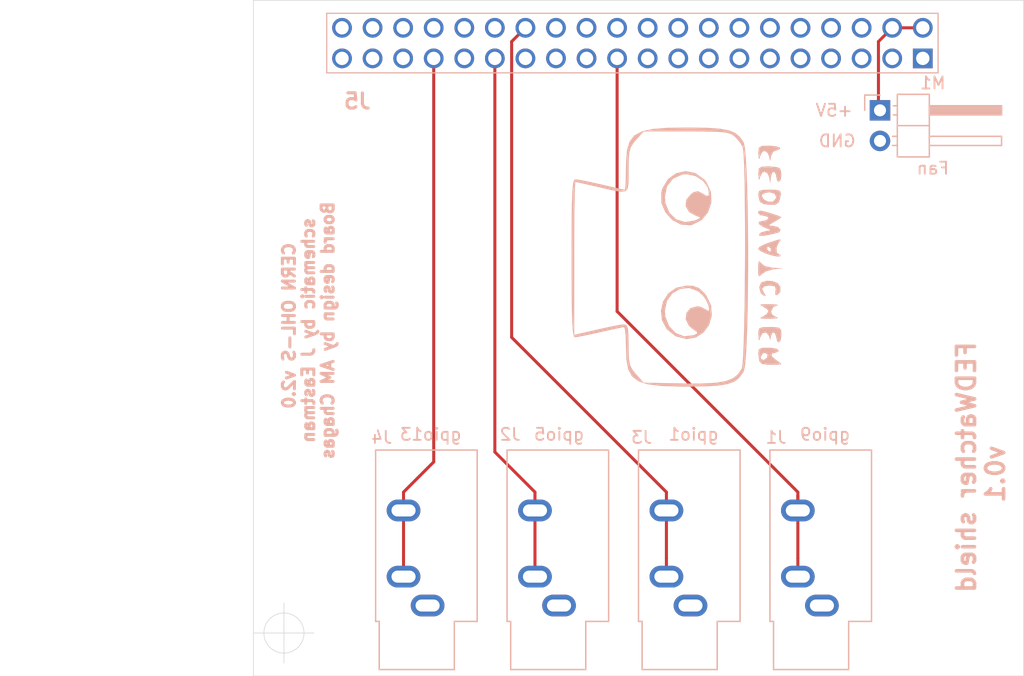
<source format=kicad_pcb>
(kicad_pcb (version 20171130) (host pcbnew 5.1.10-88a1d61d58~90~ubuntu20.04.1)

  (general
    (thickness 1.6)
    (drawings 14)
    (tracks 23)
    (zones 0)
    (modules 7)
    (nets 33)
  )

  (page A4)
  (layers
    (0 F.Cu signal)
    (31 B.Cu signal)
    (32 B.Adhes user)
    (33 F.Adhes user)
    (34 B.Paste user)
    (35 F.Paste user)
    (36 B.SilkS user)
    (37 F.SilkS user)
    (38 B.Mask user)
    (39 F.Mask user)
    (40 Dwgs.User user)
    (41 Cmts.User user)
    (42 Eco1.User user)
    (43 Eco2.User user)
    (44 Edge.Cuts user)
    (45 Margin user)
    (46 B.CrtYd user)
    (47 F.CrtYd user)
    (48 B.Fab user)
    (49 F.Fab user)
  )

  (setup
    (last_trace_width 0.25)
    (trace_clearance 0.2)
    (zone_clearance 0.508)
    (zone_45_only no)
    (trace_min 0.2)
    (via_size 0.8)
    (via_drill 0.4)
    (via_min_size 0.4)
    (via_min_drill 0.3)
    (uvia_size 0.3)
    (uvia_drill 0.1)
    (uvias_allowed no)
    (uvia_min_size 0.2)
    (uvia_min_drill 0.1)
    (edge_width 0.05)
    (segment_width 0.2)
    (pcb_text_width 0.3)
    (pcb_text_size 1.5 1.5)
    (mod_edge_width 0.12)
    (mod_text_size 1 1)
    (mod_text_width 0.15)
    (pad_size 1.524 1.524)
    (pad_drill 0.762)
    (pad_to_mask_clearance 0)
    (aux_axis_origin 0 0)
    (grid_origin 55.118 85.09)
    (visible_elements FFFFFF7F)
    (pcbplotparams
      (layerselection 0x3ffff_ffffffff)
      (usegerberextensions false)
      (usegerberattributes true)
      (usegerberadvancedattributes true)
      (creategerberjobfile true)
      (excludeedgelayer true)
      (linewidth 0.100000)
      (plotframeref false)
      (viasonmask false)
      (mode 1)
      (useauxorigin false)
      (hpglpennumber 1)
      (hpglpenspeed 20)
      (hpglpendiameter 15.000000)
      (psnegative false)
      (psa4output false)
      (plotreference true)
      (plotvalue true)
      (plotinvisibletext false)
      (padsonsilk false)
      (subtractmaskfromsilk false)
      (outputformat 1)
      (mirror false)
      (drillshape 0)
      (scaleselection 1)
      (outputdirectory "/home/andre/repositories/own/FEDWatcher/hardware/RPi_shield/gerber1/"))
  )

  (net 0 "")
  (net 1 jack3)
  (net 2 GND)
  (net 3 jack2)
  (net 4 jack1)
  (net 5 jack4)
  (net 6 "Net-(J5-Pad1)")
  (net 7 +5V)
  (net 8 "Net-(J5-Pad3)")
  (net 9 "Net-(J5-Pad5)")
  (net 10 "Net-(J5-Pad7)")
  (net 11 "Net-(J5-Pad8)")
  (net 12 "Net-(J5-Pad10)")
  (net 13 "Net-(J5-Pad11)")
  (net 14 "Net-(J5-Pad12)")
  (net 15 "Net-(J5-Pad13)")
  (net 16 "Net-(J5-Pad15)")
  (net 17 "Net-(J5-Pad16)")
  (net 18 "Net-(J5-Pad17)")
  (net 19 "Net-(J5-Pad18)")
  (net 20 "Net-(J5-Pad19)")
  (net 21 "Net-(J5-Pad22)")
  (net 22 "Net-(J5-Pad23)")
  (net 23 "Net-(J5-Pad24)")
  (net 24 "Net-(J5-Pad26)")
  (net 25 "Net-(J5-Pad27)")
  (net 26 "Net-(J5-Pad31)")
  (net 27 "Net-(J5-Pad32)")
  (net 28 "Net-(J5-Pad35)")
  (net 29 "Net-(J5-Pad36)")
  (net 30 "Net-(J5-Pad37)")
  (net 31 "Net-(J5-Pad38)")
  (net 32 "Net-(J5-Pad40)")

  (net_class Default "This is the default net class."
    (clearance 0.2)
    (trace_width 0.25)
    (via_dia 0.8)
    (via_drill 0.4)
    (uvia_dia 0.3)
    (uvia_drill 0.1)
    (add_net +5V)
    (add_net GND)
    (add_net "Net-(J5-Pad1)")
    (add_net "Net-(J5-Pad10)")
    (add_net "Net-(J5-Pad11)")
    (add_net "Net-(J5-Pad12)")
    (add_net "Net-(J5-Pad13)")
    (add_net "Net-(J5-Pad15)")
    (add_net "Net-(J5-Pad16)")
    (add_net "Net-(J5-Pad17)")
    (add_net "Net-(J5-Pad18)")
    (add_net "Net-(J5-Pad19)")
    (add_net "Net-(J5-Pad22)")
    (add_net "Net-(J5-Pad23)")
    (add_net "Net-(J5-Pad24)")
    (add_net "Net-(J5-Pad26)")
    (add_net "Net-(J5-Pad27)")
    (add_net "Net-(J5-Pad3)")
    (add_net "Net-(J5-Pad31)")
    (add_net "Net-(J5-Pad32)")
    (add_net "Net-(J5-Pad35)")
    (add_net "Net-(J5-Pad36)")
    (add_net "Net-(J5-Pad37)")
    (add_net "Net-(J5-Pad38)")
    (add_net "Net-(J5-Pad40)")
    (add_net "Net-(J5-Pad5)")
    (add_net "Net-(J5-Pad7)")
    (add_net "Net-(J5-Pad8)")
    (add_net jack1)
    (add_net jack2)
    (add_net jack3)
    (add_net jack4)
  )

  (module board_logo:board_logo (layer B.Cu) (tedit 0) (tstamp 61E0F63D)
    (at 87.63 53.848 270)
    (fp_text reference G*** (at 0 0 270) (layer F.SilkS) hide
      (effects (font (size 1.524 1.524) (thickness 0.3)))
    )
    (fp_text value LOGO (at 0.75 0 270) (layer F.SilkS) hide
      (effects (font (size 1.524 1.524) (thickness 0.3)))
    )
    (fp_poly (pts (xy -8.556356 -6.917449) (xy -8.160762 -6.950424) (xy -8.181402 -7.003716) (xy -8.341101 -7.040048)
      (xy -8.719543 -7.223596) (xy -8.825423 -7.426271) (xy -8.642472 -7.690407) (xy -8.341101 -7.812495)
      (xy -7.999374 -7.885267) (xy -8.07559 -7.917747) (xy -8.32613 -7.935093) (xy -8.749521 -8.137121)
      (xy -8.864266 -8.41535) (xy -8.978486 -8.705317) (xy -9.094491 -8.702356) (xy -9.19929 -8.397182)
      (xy -9.253758 -7.850452) (xy -9.255932 -7.713277) (xy -9.230515 -7.178326) (xy -9.082918 -6.951871)
      (xy -8.706118 -6.912163) (xy -8.556356 -6.917449)) (layer B.SilkS) (width 0.01))
    (fp_poly (pts (xy -6.834322 -6.917449) (xy -6.438728 -6.950424) (xy -6.459368 -7.003716) (xy -6.619067 -7.040048)
      (xy -6.997509 -7.223596) (xy -7.103389 -7.426271) (xy -6.920438 -7.690407) (xy -6.619067 -7.812495)
      (xy -6.134745 -7.905779) (xy -6.619067 -7.935093) (xy -7.011093 -8.053385) (xy -7.080229 -8.249823)
      (xy -6.810312 -8.386272) (xy -6.672881 -8.394915) (xy -6.3231 -8.485058) (xy -6.242373 -8.610169)
      (xy -6.419426 -8.764834) (xy -6.814019 -8.82349) (xy -7.2213 -8.773334) (xy -7.390395 -8.681921)
      (xy -7.483342 -8.391242) (xy -7.531871 -7.853493) (xy -7.533898 -7.713277) (xy -7.508482 -7.178326)
      (xy -7.360884 -6.951871) (xy -6.984084 -6.912163) (xy -6.834322 -6.917449)) (layer B.SilkS) (width 0.01))
    (fp_poly (pts (xy -5.004661 -6.927651) (xy -4.599092 -7.037046) (xy -4.41143 -7.330635) (xy -4.347577 -7.7749)
      (xy -4.347562 -8.315415) (xy -4.514634 -8.582226) (xy -4.778086 -8.686792) (xy -5.263658 -8.791596)
      (xy -5.505219 -8.706867) (xy -5.587817 -8.344878) (xy -5.596137 -7.869483) (xy -5.381356 -7.869483)
      (xy -5.247926 -8.2763) (xy -4.954252 -8.398818) (xy -4.660252 -8.196295) (xy -4.597128 -8.069293)
      (xy -4.604985 -7.697866) (xy -4.804662 -7.352243) (xy -5.080794 -7.196366) (xy -5.190491 -7.226091)
      (xy -5.337936 -7.509944) (xy -5.381356 -7.869483) (xy -5.596137 -7.869483) (xy -5.59661 -7.842482)
      (xy -5.579663 -7.243682) (xy -5.482461 -6.967788) (xy -5.235468 -6.907331) (xy -5.004661 -6.927651)) (layer B.SilkS) (width 0.01))
    (fp_poly (pts (xy -3.484431 -7.068422) (xy -3.444067 -7.318644) (xy -3.353924 -7.668425) (xy -3.228813 -7.749153)
      (xy -3.053923 -7.568867) (xy -3.013559 -7.318644) (xy -2.936923 -6.947223) (xy -2.746184 -6.953767)
      (xy -2.500096 -7.32196) (xy -2.432248 -7.480085) (xy -2.268314 -7.856246) (xy -2.197697 -7.849966)
      (xy -2.175441 -7.600416) (xy -2.055562 -7.156344) (xy -1.907494 -6.977349) (xy -1.766488 -7.000485)
      (xy -1.770393 -7.366145) (xy -1.819409 -7.662583) (xy -1.944397 -8.239022) (xy -2.057933 -8.621466)
      (xy -2.07933 -8.665855) (xy -2.287807 -8.760794) (xy -2.491934 -8.544263) (xy -2.591405 -8.124471)
      (xy -2.591669 -8.113144) (xy -2.616843 -7.825593) (xy -2.717524 -7.879497) (xy -2.921425 -8.233475)
      (xy -3.163198 -8.64447) (xy -3.306652 -8.825047) (xy -3.309243 -8.825424) (xy -3.406117 -8.641306)
      (xy -3.567204 -8.181222) (xy -3.62525 -7.993247) (xy -3.806836 -7.354167) (xy -3.858098 -7.024084)
      (xy -3.782129 -6.902681) (xy -3.659322 -6.888136) (xy -3.484431 -7.068422)) (layer B.SilkS) (width 0.01))
    (fp_poly (pts (xy -0.505443 -7.07255) (xy -0.301755 -7.51647) (xy -0.128309 -8.055911) (xy -0.038933 -8.526888)
      (xy -0.07282 -8.754742) (xy -0.20389 -8.732706) (xy -0.215254 -8.646045) (xy -0.379279 -8.437697)
      (xy -0.754944 -8.416504) (xy -1.167635 -8.579504) (xy -1.272668 -8.663983) (xy -1.456001 -8.790294)
      (xy -1.448767 -8.589194) (xy -1.394603 -8.394915) (xy -1.177491 -7.736449) (xy -0.861017 -7.736449)
      (xy -0.704761 -7.955647) (xy -0.645762 -7.964407) (xy -0.436105 -7.890965) (xy -0.430508 -7.869483)
      (xy -0.581345 -7.685706) (xy -0.645762 -7.641525) (xy -0.844116 -7.658592) (xy -0.861017 -7.736449)
      (xy -1.177491 -7.736449) (xy -1.107019 -7.522722) (xy -0.87452 -7.034059) (xy -0.685544 -6.888136)
      (xy -0.505443 -7.07255)) (layer B.SilkS) (width 0.01))
    (fp_poly (pts (xy 1.471204 -6.909228) (xy 1.617464 -6.985317) (xy 1.455275 -7.154958) (xy 1.452342 -7.157203)
      (xy 1.188586 -7.545864) (xy 1.021669 -8.128366) (xy 1.015141 -8.179661) (xy 0.929915 -8.933051)
      (xy 0.895466 -8.136543) (xy 0.755521 -7.45469) (xy 0.484322 -7.120631) (xy 0.320473 -6.980391)
      (xy 0.494702 -6.912742) (xy 0.955972 -6.894681) (xy 1.471204 -6.909228)) (layer B.SilkS) (width 0.01))
    (fp_poly (pts (xy 3.00591 -7.114062) (xy 3.192067 -7.318644) (xy 3.220591 -7.525709) (xy 3.01669 -7.408359)
      (xy 2.974946 -7.374325) (xy 2.617525 -7.217195) (xy 2.415439 -7.45985) (xy 2.367797 -7.917761)
      (xy 2.435804 -8.297208) (xy 2.707469 -8.352759) (xy 2.810597 -8.329331) (xy 3.141244 -8.322743)
      (xy 3.169455 -8.465666) (xy 2.896266 -8.740502) (xy 2.479576 -8.737941) (xy 2.171008 -8.524791)
      (xy 1.996521 -8.082389) (xy 1.975548 -7.600729) (xy 2.11097 -7.149353) (xy 2.447935 -7.000015)
      (xy 2.565113 -6.995763) (xy 3.00591 -7.114062)) (layer B.SilkS) (width 0.01))
    (fp_poly (pts (xy 4.073157 -7.208596) (xy 4.096539 -7.264831) (xy 4.329885 -7.637862) (xy 4.520339 -7.749153)
      (xy 4.76768 -7.572852) (xy 4.94414 -7.264831) (xy 5.056716 -7.0629) (xy 5.112879 -7.204107)
      (xy 5.124665 -7.728256) (xy 5.123144 -7.85678) (xy 5.099213 -8.366708) (xy 5.053935 -8.55211)
      (xy 5.01419 -8.448729) (xy 4.780345 -8.04769) (xy 4.520339 -7.964407) (xy 4.152184 -8.153753)
      (xy 4.026489 -8.448729) (xy 3.972807 -8.536987) (xy 3.932274 -8.256181) (xy 3.917535 -7.85678)
      (xy 3.923044 -7.264353) (xy 3.970906 -7.06156) (xy 4.073157 -7.208596)) (layer B.SilkS) (width 0.01))
    (fp_poly (pts (xy 6.511441 -6.917449) (xy 6.907034 -6.950424) (xy 6.886395 -7.003716) (xy 6.726695 -7.040048)
      (xy 6.337199 -7.243026) (xy 6.266978 -7.543013) (xy 6.536856 -7.789877) (xy 6.619068 -7.816027)
      (xy 6.884357 -7.897835) (xy 6.731499 -7.931561) (xy 6.619068 -7.939437) (xy 6.287805 -8.066162)
      (xy 6.294746 -8.271396) (xy 6.620793 -8.393497) (xy 6.672882 -8.394915) (xy 7.022663 -8.485058)
      (xy 7.10339 -8.610169) (xy 6.916341 -8.761307) (xy 6.465662 -8.825407) (xy 6.457627 -8.825424)
      (xy 6.060538 -8.797344) (xy 5.872464 -8.635218) (xy 5.815515 -8.22221) (xy 5.811865 -7.85678)
      (xy 5.828149 -7.262323) (xy 5.933358 -6.984844) (xy 6.212031 -6.910834) (xy 6.511441 -6.917449)) (layer B.SilkS) (width 0.01))
    (fp_poly (pts (xy 8.233475 -6.928311) (xy 8.673663 -7.002122) (xy 8.877892 -7.196291) (xy 8.940254 -7.640448)
      (xy 8.946456 -7.910593) (xy 8.94093 -8.46953) (xy 8.911183 -8.793151) (xy 8.894466 -8.825424)
      (xy 8.745117 -8.667226) (xy 8.560215 -8.394915) (xy 8.248347 -8.028565) (xy 8.029843 -8.018264)
      (xy 7.964407 -8.287288) (xy 7.848176 -8.573742) (xy 7.749153 -8.610169) (xy 7.615227 -8.419011)
      (xy 7.539916 -7.94063) (xy 7.533899 -7.735514) (xy 7.544386 -7.444209) (xy 7.964407 -7.444209)
      (xy 8.089882 -7.679934) (xy 8.348061 -7.642346) (xy 8.560841 -7.359004) (xy 8.467157 -7.139428)
      (xy 8.305226 -7.10339) (xy 8.008704 -7.276703) (xy 7.964407 -7.444209) (xy 7.544386 -7.444209)
      (xy 7.553871 -7.180789) (xy 7.679321 -6.943089) (xy 8.008551 -6.908988) (xy 8.233475 -6.928311)) (layer B.SilkS) (width 0.01))
    (fp_poly (pts (xy 2.045644 8.606418) (xy 3.589488 8.59417) (xy 4.775438 8.571938) (xy 5.639773 8.538233)
      (xy 6.218771 8.491569) (xy 6.54871 8.430456) (xy 6.665871 8.353407) (xy 6.667355 8.341102)
      (xy 6.619015 8.019229) (xy 6.494839 7.392804) (xy 6.317996 6.576245) (xy 6.242373 6.242373)
      (xy 6.052777 5.400531) (xy 5.906407 4.722486) (xy 5.825993 4.314737) (xy 5.817391 4.251271)
      (xy 6.012642 4.17537) (xy 6.535457 4.118636) (xy 7.28299 4.09102) (xy 7.486003 4.089831)
      (xy 8.53013 4.050644) (xy 9.32865 3.9001) (xy 9.913614 3.588718) (xy 10.317073 3.067019)
      (xy 10.571078 2.285525) (xy 10.707679 1.194756) (xy 10.758929 -0.254766) (xy 10.762712 -0.968644)
      (xy 10.745865 -2.433579) (xy 10.683379 -3.53491) (xy 10.557335 -4.338648) (xy 10.349815 -4.910804)
      (xy 10.0429 -5.317389) (xy 9.618671 -5.624413) (xy 9.478233 -5.700594) (xy 9.087815 -5.789945)
      (xy 8.325207 -5.866362) (xy 7.247441 -5.929875) (xy 5.911549 -5.980517) (xy 4.374562 -6.018318)
      (xy 2.693512 -6.043311) (xy 0.925431 -6.055525) (xy -0.87265 -6.054992) (xy -2.6437 -6.041744)
      (xy -4.330686 -6.015813) (xy -5.876577 -5.977228) (xy -7.224341 -5.926022) (xy -8.316947 -5.862226)
      (xy -9.097363 -5.785872) (xy -9.508557 -5.69699) (xy -9.522294 -5.690162) (xy -9.968104 -5.393059)
      (xy -10.295033 -5.012177) (xy -10.520484 -4.481272) (xy -10.661861 -3.734101) (xy -10.736565 -2.704423)
      (xy -10.761999 -1.325995) (xy -10.762711 -0.968644) (xy -10.738256 0.641453) (xy -10.642699 1.872455)
      (xy -10.477293 2.618365) (xy -10.43983 2.618365) (xy -10.43983 -0.928388) (xy -10.435854 -2.255456)
      (xy -10.418943 -3.221951) (xy -10.38162 -3.89777) (xy -10.31641 -4.352813) (xy -10.215836 -4.656981)
      (xy -10.072424 -4.880172) (xy -10.009322 -4.953655) (xy -9.543946 -5.369532) (xy -9.148305 -5.608372)
      (xy -8.796078 -5.664138) (xy -8.073356 -5.71037) (xy -7.036842 -5.747287) (xy -5.743238 -5.775113)
      (xy -4.249249 -5.794067) (xy -2.611577 -5.804371) (xy -0.886927 -5.806245) (xy 0.867998 -5.799911)
      (xy 2.596496 -5.78559) (xy 4.241861 -5.763502) (xy 5.747392 -5.73387) (xy 7.056385 -5.696913)
      (xy 8.112135 -5.652853) (xy 8.857941 -5.601912) (xy 9.237097 -5.544309) (xy 9.255933 -5.536629)
      (xy 9.728172 -5.227845) (xy 10.074361 -4.800788) (xy 10.309859 -4.194358) (xy 10.45003 -3.347456)
      (xy 10.510235 -2.198982) (xy 10.505835 -0.687838) (xy 10.503647 -0.573988) (xy 10.439831 2.618973)
      (xy 9.736859 3.246774) (xy 9.347883 3.5637) (xy 8.974341 3.751325) (xy 8.487004 3.843152)
      (xy 7.756641 3.872684) (xy 7.315248 3.874576) (xy 6.451382 3.885964) (xy 5.933732 3.932421)
      (xy 5.678328 4.032387) (xy 5.601199 4.204299) (xy 5.599792 4.251271) (xy 5.618251 4.483492)
      (xy 5.679391 4.856525) (xy 5.796507 5.434847) (xy 5.982892 6.282932) (xy 6.251838 7.465254)
      (xy 6.354255 7.910593) (xy 6.46583 8.394915) (xy 0.111729 8.394915) (xy -1.492402 8.39169)
      (xy -2.947824 8.382566) (xy -4.201494 8.368373) (xy -5.200373 8.349938) (xy -5.891417 8.328092)
      (xy -6.221587 8.303663) (xy -6.242373 8.295624) (xy -6.196671 8.055236) (xy -6.074521 7.497222)
      (xy -5.898353 6.722953) (xy -5.811864 6.35) (xy -5.564214 5.293071) (xy -5.434085 4.588565)
      (xy -5.461543 4.165418) (xy -5.686657 3.95257) (xy -6.149495 3.878958) (xy -6.890125 3.873521)
      (xy -7.207621 3.874576) (xy -8.115992 3.864168) (xy -8.716203 3.81271) (xy -9.130469 3.68985)
      (xy -9.481005 3.465239) (xy -9.736858 3.246471) (xy -10.43983 2.618365) (xy -10.477293 2.618365)
      (xy -10.442756 2.774112) (xy -10.105143 3.396173) (xy -9.596575 3.788387) (xy -8.883768 4.000504)
      (xy -7.933437 4.082273) (xy -7.378375 4.089831) (xy -6.563468 4.100895) (xy -5.944376 4.130367)
      (xy -5.621255 4.172665) (xy -5.59661 4.189122) (xy -5.642311 4.429509) (xy -5.764461 4.987524)
      (xy -5.94063 5.761793) (xy -6.027118 6.134746) (xy -6.221769 7.003755) (xy -6.370595 7.7333)
      (xy -6.450304 8.206466) (xy -6.457627 8.295624) (xy -6.406691 8.385742) (xy -6.225541 8.457272)
      (xy -5.871665 8.51225) (xy -5.30255 8.552714) (xy -4.475683 8.5807) (xy -3.34855 8.598246)
      (xy -1.87864 8.607387) (xy -0.02344 8.610161) (xy 0.107627 8.610169) (xy 2.045644 8.606418)) (layer B.SilkS) (width 0.01))
    (fp_poly (pts (xy -4.49949 1.143176) (xy -3.709105 0.812401) (xy -3.079565 0.243768) (xy -2.696676 -0.481529)
      (xy -2.646248 -1.282295) (xy -2.670347 -1.394785) (xy -3.0662 -2.190452) (xy -3.726172 -2.736955)
      (xy -4.544569 -3.005523) (xy -5.415696 -2.967389) (xy -6.233858 -2.593783) (xy -6.442868 -2.42161)
      (xy -6.974938 -1.68012) (xy -7.118822 -0.968644) (xy -6.888135 -0.968644) (xy -6.728909 -1.692148)
      (xy -6.320156 -2.31719) (xy -5.765266 -2.717822) (xy -5.386178 -2.798305) (xy -5.088285 -2.764966)
      (xy -5.092731 -2.586084) (xy -5.265343 -2.303177) (xy -5.473387 -1.891982) (xy -5.399023 -1.552771)
      (xy -5.258099 -1.334533) (xy -4.767128 -0.919547) (xy -4.221105 -0.871774) (xy -3.731772 -1.161541)
      (xy -3.410873 -1.759177) (xy -3.393482 -1.829661) (xy -3.307348 -2.079368) (xy -3.192282 -1.979882)
      (xy -3.047086 -1.653282) (xy -2.903409 -0.824782) (xy -3.131823 -0.087794) (xy -3.674218 0.482469)
      (xy -4.472486 0.810795) (xy -4.98966 0.861017) (xy -5.871765 0.680605) (xy -6.513957 0.180548)
      (xy -6.852143 -0.57738) (xy -6.888135 -0.968644) (xy -7.118822 -0.968644) (xy -7.139611 -0.865848)
      (xy -6.965701 -0.074397) (xy -6.482023 0.598629) (xy -5.717392 1.057628) (xy -5.364912 1.154899)
      (xy -4.49949 1.143176)) (layer B.SilkS) (width 0.01))
    (fp_poly (pts (xy 5.263352 1.092641) (xy 5.989442 0.706763) (xy 6.55143 0.008464) (xy 6.592099 -0.073013)
      (xy 6.81546 -0.938117) (xy 6.682563 -1.715876) (xy 6.265905 -2.357787) (xy 5.637981 -2.815342)
      (xy 4.871287 -3.040037) (xy 4.038319 -2.983367) (xy 3.211572 -2.596826) (xy 3.030075 -2.456289)
      (xy 2.583012 -1.992809) (xy 2.396302 -1.482612) (xy 2.377503 -1.150376) (xy 2.567514 -1.150376)
      (xy 2.826655 -1.881309) (xy 3.152619 -2.270448) (xy 3.544699 -2.552284) (xy 3.965042 -2.74532)
      (xy 4.310836 -2.826375) (xy 4.479266 -2.772267) (xy 4.36752 -2.559815) (xy 4.348136 -2.54)
      (xy 4.132478 -2.120346) (xy 4.089831 -1.829661) (xy 4.25254 -1.251611) (xy 4.658951 -0.926528)
      (xy 5.186495 -0.881147) (xy 5.712598 -1.142204) (xy 5.954821 -1.422862) (xy 6.216762 -1.796724)
      (xy 6.356529 -1.829221) (xy 6.487768 -1.539168) (xy 6.497559 -1.512713) (xy 6.583835 -0.738618)
      (xy 6.307851 -0.038518) (xy 5.737808 0.507284) (xy 4.941906 0.818485) (xy 4.481526 0.861017)
      (xy 3.642013 0.687248) (xy 3.015982 0.230017) (xy 2.644219 -0.414563) (xy 2.567514 -1.150376)
      (xy 2.377503 -1.150376) (xy 2.367797 -0.978862) (xy 2.544503 -0.096388) (xy 3.013737 0.571583)
      (xy 3.684174 1.005468) (xy 4.464488 1.185681) (xy 5.263352 1.092641)) (layer B.SilkS) (width 0.01))
  )

  (module Connector_Audio:Jack_3.5mm_CUI_SJ1-3533NG_Horizontal (layer F.Cu) (tedit 5BAD3514) (tstamp 61C0B315)
    (at 99.822 82.804 180)
    (descr "TRS 3.5mm, horizontal, through-hole, https://www.cui.com/product/resource/sj1-353xng.pdf")
    (tags "TRS audio jack stereo horizontal")
    (path /61C53EA3)
    (fp_text reference J1 (at 3.81 13.97) (layer B.SilkS)
      (effects (font (size 1 1) (thickness 0.15)) (justify mirror))
    )
    (fp_text value AudioJack3 (at 0.1 14.05) (layer B.Fab)
      (effects (font (size 1 1) (thickness 0.15)))
    )
    (fp_line (start -2.1 -5.2) (end 3.9 -5.2) (layer F.Fab) (width 0.1))
    (fp_line (start 3.9 -5.2) (end 3.9 -1.2) (layer F.Fab) (width 0.1))
    (fp_line (start 3.9 -1.2) (end 4.2 -1.2) (layer F.Fab) (width 0.1))
    (fp_line (start 4.2 -1.2) (end 4.2 12.8) (layer F.Fab) (width 0.1))
    (fp_line (start 4.2 12.8) (end -4 12.8) (layer F.Fab) (width 0.1))
    (fp_line (start -4 12.8) (end -4 -1.2) (layer F.Fab) (width 0.1))
    (fp_line (start -4 -1.2) (end -2.1 -1.2) (layer F.Fab) (width 0.1))
    (fp_line (start -2.1 -1.2) (end -2.1 -5.2) (layer F.Fab) (width 0.1))
    (fp_line (start -2.22 -5.32) (end 4.02 -5.32) (layer B.SilkS) (width 0.12))
    (fp_line (start 4.02 -5.32) (end 4.02 -1.32) (layer B.SilkS) (width 0.12))
    (fp_line (start 4.02 -1.32) (end 4.32 -1.32) (layer B.SilkS) (width 0.12))
    (fp_line (start 4.32 -1.32) (end 4.32 12.92) (layer B.SilkS) (width 0.12))
    (fp_line (start 4.32 12.92) (end -4.12 12.92) (layer B.SilkS) (width 0.12))
    (fp_line (start -4.12 12.92) (end -4.12 -1.32) (layer B.SilkS) (width 0.12))
    (fp_line (start -4.12 -1.32) (end -2.22 -1.32) (layer B.SilkS) (width 0.12))
    (fp_line (start -2.22 -1.32) (end -2.22 -5.32) (layer B.SilkS) (width 0.12))
    (fp_line (start -4.5 -5.7) (end -4.5 13.3) (layer F.CrtYd) (width 0.05))
    (fp_line (start -4.5 13.3) (end 4.7 13.3) (layer F.CrtYd) (width 0.05))
    (fp_line (start 4.7 13.3) (end 4.7 -5.7) (layer F.CrtYd) (width 0.05))
    (fp_line (start 4.7 -5.7) (end -4.5 -5.7) (layer F.CrtYd) (width 0.05))
    (fp_text user %R (at 0.1 3.8) (layer F.Fab)
      (effects (font (size 1 1) (thickness 0.15)))
    )
    (pad R thru_hole oval (at 2 7.9 180) (size 2.8 1.8) (drill oval 2 1) (layers *.Cu *.Mask)
      (net 1 jack3))
    (pad T thru_hole oval (at 2 2.4 180) (size 2.8 1.8) (drill oval 2 1) (layers *.Cu *.Mask)
      (net 1 jack3))
    (pad S thru_hole oval (at 0 0 180) (size 2.8 1.8) (drill oval 2 1) (layers *.Cu *.Mask)
      (net 2 GND))
    (model ${KISYS3DMOD}/Connector_Audio.3dshapes/Jack_3.5mm_CUI_SJ1-3533NG_Horizontal.wrl
      (at (xyz 0 0 0))
      (scale (xyz 1 1 1))
      (rotate (xyz 0 0 0))
    )
  )

  (module Connector_Audio:Jack_3.5mm_CUI_SJ1-3533NG_Horizontal (layer F.Cu) (tedit 5BAD3514) (tstamp 61E07CAA)
    (at 77.978 82.804 180)
    (descr "TRS 3.5mm, horizontal, through-hole, https://www.cui.com/product/resource/sj1-353xng.pdf")
    (tags "TRS audio jack stereo horizontal")
    (path /61C546DE)
    (fp_text reference J2 (at 4.064 14.224) (layer B.SilkS)
      (effects (font (size 1 1) (thickness 0.15)) (justify mirror))
    )
    (fp_text value AudioJack3 (at -0.709001 4.704999) (layer F.Fab)
      (effects (font (size 1 1) (thickness 0.15)))
    )
    (fp_line (start 4.7 -5.7) (end -4.5 -5.7) (layer F.CrtYd) (width 0.05))
    (fp_line (start 4.7 13.3) (end 4.7 -5.7) (layer F.CrtYd) (width 0.05))
    (fp_line (start -4.5 13.3) (end 4.7 13.3) (layer F.CrtYd) (width 0.05))
    (fp_line (start -4.5 -5.7) (end -4.5 13.3) (layer F.CrtYd) (width 0.05))
    (fp_line (start -2.22 -1.32) (end -2.22 -5.32) (layer B.SilkS) (width 0.12))
    (fp_line (start -4.12 -1.32) (end -2.22 -1.32) (layer B.SilkS) (width 0.12))
    (fp_line (start -4.12 12.92) (end -4.12 -1.32) (layer B.SilkS) (width 0.12))
    (fp_line (start 4.32 12.92) (end -4.12 12.92) (layer B.SilkS) (width 0.12))
    (fp_line (start 4.32 -1.32) (end 4.32 12.92) (layer B.SilkS) (width 0.12))
    (fp_line (start 4.02 -1.32) (end 4.32 -1.32) (layer B.SilkS) (width 0.12))
    (fp_line (start 4.02 -5.32) (end 4.02 -1.32) (layer B.SilkS) (width 0.12))
    (fp_line (start -2.22 -5.32) (end 4.02 -5.32) (layer B.SilkS) (width 0.12))
    (fp_line (start -2.1 -1.2) (end -2.1 -5.2) (layer F.Fab) (width 0.1))
    (fp_line (start -4 -1.2) (end -2.1 -1.2) (layer F.Fab) (width 0.1))
    (fp_line (start -4 12.8) (end -4 -1.2) (layer F.Fab) (width 0.1))
    (fp_line (start 4.2 12.8) (end -4 12.8) (layer F.Fab) (width 0.1))
    (fp_line (start 4.2 -1.2) (end 4.2 12.8) (layer F.Fab) (width 0.1))
    (fp_line (start 3.9 -1.2) (end 4.2 -1.2) (layer F.Fab) (width 0.1))
    (fp_line (start 3.9 -5.2) (end 3.9 -1.2) (layer F.Fab) (width 0.1))
    (fp_line (start -2.1 -5.2) (end 3.9 -5.2) (layer F.Fab) (width 0.1))
    (fp_text user %R (at 0.1 3.8) (layer F.Fab)
      (effects (font (size 1 1) (thickness 0.15)))
    )
    (pad S thru_hole oval (at 0 0 180) (size 2.8 1.8) (drill oval 2 1) (layers *.Cu *.Mask)
      (net 2 GND))
    (pad T thru_hole oval (at 2 2.4 180) (size 2.8 1.8) (drill oval 2 1) (layers *.Cu *.Mask)
      (net 3 jack2))
    (pad R thru_hole oval (at 2 7.9 180) (size 2.8 1.8) (drill oval 2 1) (layers *.Cu *.Mask)
      (net 3 jack2))
    (model ${KISYS3DMOD}/Connector_Audio.3dshapes/Jack_3.5mm_CUI_SJ1-3533NG_Horizontal.wrl
      (at (xyz 0 0 0))
      (scale (xyz 1 1 1))
      (rotate (xyz 0 0 0))
    )
  )

  (module Connector_Audio:Jack_3.5mm_CUI_SJ1-3533NG_Horizontal (layer F.Cu) (tedit 5BAD3514) (tstamp 61E07D4C)
    (at 88.9 82.804 180)
    (descr "TRS 3.5mm, horizontal, through-hole, https://www.cui.com/product/resource/sj1-353xng.pdf")
    (tags "TRS audio jack stereo horizontal")
    (path /61C5505F)
    (fp_text reference J3 (at 4.064 13.97) (layer B.SilkS)
      (effects (font (size 1 1) (thickness 0.15)) (justify mirror))
    )
    (fp_text value AudioJack3 (at 0.1 14.05) (layer F.Fab)
      (effects (font (size 1 1) (thickness 0.15)))
    )
    (fp_line (start -2.1 -5.2) (end 3.9 -5.2) (layer F.Fab) (width 0.1))
    (fp_line (start 3.9 -5.2) (end 3.9 -1.2) (layer F.Fab) (width 0.1))
    (fp_line (start 3.9 -1.2) (end 4.2 -1.2) (layer F.Fab) (width 0.1))
    (fp_line (start 4.2 -1.2) (end 4.2 12.8) (layer F.Fab) (width 0.1))
    (fp_line (start 4.2 12.8) (end -4 12.8) (layer F.Fab) (width 0.1))
    (fp_line (start -4 12.8) (end -4 -1.2) (layer F.Fab) (width 0.1))
    (fp_line (start -4 -1.2) (end -2.1 -1.2) (layer F.Fab) (width 0.1))
    (fp_line (start -2.1 -1.2) (end -2.1 -5.2) (layer F.Fab) (width 0.1))
    (fp_line (start -2.22 -5.32) (end 4.02 -5.32) (layer B.SilkS) (width 0.12))
    (fp_line (start 4.02 -5.32) (end 4.02 -1.32) (layer B.SilkS) (width 0.12))
    (fp_line (start 4.02 -1.32) (end 4.32 -1.32) (layer B.SilkS) (width 0.12))
    (fp_line (start 4.32 -1.32) (end 4.32 12.92) (layer B.SilkS) (width 0.12))
    (fp_line (start 4.32 12.92) (end -4.12 12.92) (layer B.SilkS) (width 0.12))
    (fp_line (start -4.12 12.92) (end -4.12 -1.32) (layer B.SilkS) (width 0.12))
    (fp_line (start -4.12 -1.32) (end -2.22 -1.32) (layer B.SilkS) (width 0.12))
    (fp_line (start -2.22 -1.32) (end -2.22 -5.32) (layer B.SilkS) (width 0.12))
    (fp_line (start -4.5 -5.7) (end -4.5 13.3) (layer F.CrtYd) (width 0.05))
    (fp_line (start -4.5 13.3) (end 4.7 13.3) (layer F.CrtYd) (width 0.05))
    (fp_line (start 4.7 13.3) (end 4.7 -5.7) (layer F.CrtYd) (width 0.05))
    (fp_line (start 4.7 -5.7) (end -4.5 -5.7) (layer F.CrtYd) (width 0.05))
    (fp_text user %R (at 0.1 3.8) (layer F.Fab)
      (effects (font (size 1 1) (thickness 0.15)))
    )
    (pad R thru_hole oval (at 2 7.9 180) (size 2.8 1.8) (drill oval 2 1) (layers *.Cu *.Mask)
      (net 4 jack1))
    (pad T thru_hole oval (at 2 2.4 180) (size 2.8 1.8) (drill oval 2 1) (layers *.Cu *.Mask)
      (net 4 jack1))
    (pad S thru_hole oval (at 0 0 180) (size 2.8 1.8) (drill oval 2 1) (layers *.Cu *.Mask)
      (net 2 GND))
    (model ${KISYS3DMOD}/Connector_Audio.3dshapes/Jack_3.5mm_CUI_SJ1-3533NG_Horizontal.wrl
      (at (xyz 0 0 0))
      (scale (xyz 1 1 1))
      (rotate (xyz 0 0 0))
    )
  )

  (module Connector_Audio:Jack_3.5mm_CUI_SJ1-3533NG_Horizontal (layer F.Cu) (tedit 5BAD3514) (tstamp 61E07CFB)
    (at 67.056 82.804 180)
    (descr "TRS 3.5mm, horizontal, through-hole, https://www.cui.com/product/resource/sj1-353xng.pdf")
    (tags "TRS audio jack stereo horizontal")
    (path /61C4B35F)
    (fp_text reference J4 (at 3.81 13.97) (layer B.SilkS)
      (effects (font (size 1 1) (thickness 0.15)) (justify mirror))
    )
    (fp_text value AudioJack3 (at 0.1 14.05) (layer F.Fab)
      (effects (font (size 1 1) (thickness 0.15)))
    )
    (fp_line (start 4.7 -5.7) (end -4.5 -5.7) (layer F.CrtYd) (width 0.05))
    (fp_line (start 4.7 13.3) (end 4.7 -5.7) (layer F.CrtYd) (width 0.05))
    (fp_line (start -4.5 13.3) (end 4.7 13.3) (layer F.CrtYd) (width 0.05))
    (fp_line (start -4.5 -5.7) (end -4.5 13.3) (layer F.CrtYd) (width 0.05))
    (fp_line (start -2.22 -1.32) (end -2.22 -5.32) (layer B.SilkS) (width 0.12))
    (fp_line (start -4.12 -1.32) (end -2.22 -1.32) (layer B.SilkS) (width 0.12))
    (fp_line (start -4.12 12.92) (end -4.12 -1.32) (layer B.SilkS) (width 0.12))
    (fp_line (start 4.32 12.92) (end -4.12 12.92) (layer B.SilkS) (width 0.12))
    (fp_line (start 4.32 -1.32) (end 4.32 12.92) (layer B.SilkS) (width 0.12))
    (fp_line (start 4.02 -1.32) (end 4.32 -1.32) (layer B.SilkS) (width 0.12))
    (fp_line (start 4.02 -5.32) (end 4.02 -1.32) (layer B.SilkS) (width 0.12))
    (fp_line (start -2.22 -5.32) (end 4.02 -5.32) (layer B.SilkS) (width 0.12))
    (fp_line (start -2.1 -1.2) (end -2.1 -5.2) (layer F.Fab) (width 0.1))
    (fp_line (start -4 -1.2) (end -2.1 -1.2) (layer F.Fab) (width 0.1))
    (fp_line (start -4 12.8) (end -4 -1.2) (layer F.Fab) (width 0.1))
    (fp_line (start 4.2 12.8) (end -4 12.8) (layer F.Fab) (width 0.1))
    (fp_line (start 4.2 -1.2) (end 4.2 12.8) (layer F.Fab) (width 0.1))
    (fp_line (start 3.9 -1.2) (end 4.2 -1.2) (layer F.Fab) (width 0.1))
    (fp_line (start 3.9 -5.2) (end 3.9 -1.2) (layer F.Fab) (width 0.1))
    (fp_line (start -2.1 -5.2) (end 3.9 -5.2) (layer F.Fab) (width 0.1))
    (fp_text user %R (at 0.1 3.8) (layer F.Fab)
      (effects (font (size 1 1) (thickness 0.15)))
    )
    (pad S thru_hole oval (at 0 0 180) (size 2.8 1.8) (drill oval 2 1) (layers *.Cu *.Mask)
      (net 2 GND))
    (pad T thru_hole oval (at 2 2.4 180) (size 2.8 1.8) (drill oval 2 1) (layers *.Cu *.Mask)
      (net 5 jack4))
    (pad R thru_hole oval (at 2 7.9 180) (size 2.8 1.8) (drill oval 2 1) (layers *.Cu *.Mask)
      (net 5 jack4))
    (model ${KISYS3DMOD}/Connector_Audio.3dshapes/Jack_3.5mm_CUI_SJ1-3533NG_Horizontal.wrl
      (at (xyz 0 0 0))
      (scale (xyz 1 1 1))
      (rotate (xyz 0 0 0))
    )
  )

  (module raspberrypi:RASPBERRYPI4B4GB (layer F.Cu) (tedit 0) (tstamp 61C0B3B2)
    (at 108.204 37.338)
    (descr "RASPBERRY PI 4B/4GB")
    (tags Connector)
    (path /61C0945B)
    (fp_text reference J5 (at -46.99 3.556) (layer B.SilkS)
      (effects (font (size 1.27 1.27) (thickness 0.254)) (justify mirror))
    )
    (fp_text value RASPBERRY_PI_4B_+_Samtec_ESP-120-33-G-D (at -34.13 23.23) (layer B.SilkS) hide
      (effects (font (size 1.27 1.27) (thickness 0.254)))
    )
    (fp_line (start -76.63 48.23) (end -76.63 -1.77) (layer F.CrtYd) (width 0.1))
    (fp_line (start -73.63 51.23) (end -73.63 51.23) (layer F.CrtYd) (width 0.1))
    (fp_line (start 5.37 51.23) (end -73.63 51.23) (layer F.CrtYd) (width 0.1))
    (fp_line (start 8.37 48.23) (end 8.37 48.23) (layer F.CrtYd) (width 0.1))
    (fp_line (start 8.37 -1.77) (end 8.37 48.23) (layer F.CrtYd) (width 0.1))
    (fp_line (start 5.37 -4.77) (end 5.37 -4.77) (layer F.CrtYd) (width 0.1))
    (fp_line (start -73.63 -4.77) (end 5.37 -4.77) (layer F.CrtYd) (width 0.1))
    (fp_line (start -76.63 -1.77) (end -76.63 -1.77) (layer F.CrtYd) (width 0.1))
    (fp_line (start 0 0) (end 0 0) (layer B.SilkS) (width 0.1))
    (fp_line (start 0 0) (end 0 0) (layer B.SilkS) (width 0.1))
    (fp_line (start 0 0) (end 0 0) (layer B.SilkS) (width 0.1))
    (fp_line (start 0 0) (end 0 0) (layer B.SilkS) (width 0.1))
    (fp_line (start -49.53 1.205) (end -49.53 -3.745) (layer B.SilkS) (width 0.1))
    (fp_line (start 1.27 1.205) (end -49.53 1.205) (layer B.SilkS) (width 0.1))
    (fp_line (start 1.27 -3.745) (end 1.27 1.205) (layer B.SilkS) (width 0.1))
    (fp_line (start -49.53 -3.745) (end 1.27 -3.745) (layer B.SilkS) (width 0.1))
    (fp_line (start 1.27 1.205) (end 1.27 -3.745) (layer F.Fab) (width 0.2))
    (fp_line (start -49.53 1.205) (end 1.27 1.205) (layer F.Fab) (width 0.2))
    (fp_line (start -49.53 -3.745) (end -49.53 1.205) (layer F.Fab) (width 0.2))
    (fp_line (start 1.27 -3.745) (end -49.53 -3.745) (layer F.Fab) (width 0.2))
    (fp_text user %R (at -34.13 23.23) (layer F.Fab)
      (effects (font (size 1.27 1.27) (thickness 0.254)))
    )
    (fp_arc (start -73.63 -1.77) (end -76.63 -1.77) (angle 90) (layer F.CrtYd) (width 0.1))
    (fp_arc (start 5.37 -1.77) (end 5.37 -4.77) (angle 90) (layer F.CrtYd) (width 0.1))
    (fp_arc (start 5.37 48.23) (end 8.37 48.23) (angle 90) (layer F.CrtYd) (width 0.1))
    (fp_arc (start -73.63 48.23) (end -73.63 51.23) (angle 90) (layer F.CrtYd) (width 0.1))
    (pad 1 thru_hole rect (at 0 0) (size 1.64 1.64) (drill 1.11) (layers *.Cu *.Mask)
      (net 6 "Net-(J5-Pad1)"))
    (pad 2 thru_hole circle (at 0 -2.54) (size 1.64 1.64) (drill 1.11) (layers *.Cu *.Mask)
      (net 7 +5V))
    (pad 3 thru_hole circle (at -2.54 0) (size 1.64 1.64) (drill 1.11) (layers *.Cu *.Mask)
      (net 8 "Net-(J5-Pad3)"))
    (pad 4 thru_hole circle (at -2.54 -2.54) (size 1.64 1.64) (drill 1.11) (layers *.Cu *.Mask)
      (net 7 +5V))
    (pad 5 thru_hole circle (at -5.08 0) (size 1.64 1.64) (drill 1.11) (layers *.Cu *.Mask)
      (net 9 "Net-(J5-Pad5)"))
    (pad 6 thru_hole circle (at -5.08 -2.54) (size 1.64 1.64) (drill 1.11) (layers *.Cu *.Mask)
      (net 2 GND))
    (pad 7 thru_hole circle (at -7.62 0) (size 1.64 1.64) (drill 1.11) (layers *.Cu *.Mask)
      (net 10 "Net-(J5-Pad7)"))
    (pad 8 thru_hole circle (at -7.62 -2.54) (size 1.64 1.64) (drill 1.11) (layers *.Cu *.Mask)
      (net 11 "Net-(J5-Pad8)"))
    (pad 9 thru_hole circle (at -10.16 0) (size 1.64 1.64) (drill 1.11) (layers *.Cu *.Mask)
      (net 2 GND))
    (pad 10 thru_hole circle (at -10.16 -2.54) (size 1.64 1.64) (drill 1.11) (layers *.Cu *.Mask)
      (net 12 "Net-(J5-Pad10)"))
    (pad 11 thru_hole circle (at -12.7 0) (size 1.64 1.64) (drill 1.11) (layers *.Cu *.Mask)
      (net 13 "Net-(J5-Pad11)"))
    (pad 12 thru_hole circle (at -12.7 -2.54) (size 1.64 1.64) (drill 1.11) (layers *.Cu *.Mask)
      (net 14 "Net-(J5-Pad12)"))
    (pad 13 thru_hole circle (at -15.24 0) (size 1.64 1.64) (drill 1.11) (layers *.Cu *.Mask)
      (net 15 "Net-(J5-Pad13)"))
    (pad 14 thru_hole circle (at -15.24 -2.54) (size 1.64 1.64) (drill 1.11) (layers *.Cu *.Mask)
      (net 2 GND))
    (pad 15 thru_hole circle (at -17.78 0) (size 1.64 1.64) (drill 1.11) (layers *.Cu *.Mask)
      (net 16 "Net-(J5-Pad15)"))
    (pad 16 thru_hole circle (at -17.78 -2.54) (size 1.64 1.64) (drill 1.11) (layers *.Cu *.Mask)
      (net 17 "Net-(J5-Pad16)"))
    (pad 17 thru_hole circle (at -20.32 0) (size 1.64 1.64) (drill 1.11) (layers *.Cu *.Mask)
      (net 18 "Net-(J5-Pad17)"))
    (pad 18 thru_hole circle (at -20.32 -2.54) (size 1.64 1.64) (drill 1.11) (layers *.Cu *.Mask)
      (net 19 "Net-(J5-Pad18)"))
    (pad 19 thru_hole circle (at -22.86 0) (size 1.64 1.64) (drill 1.11) (layers *.Cu *.Mask)
      (net 20 "Net-(J5-Pad19)"))
    (pad 20 thru_hole circle (at -22.86 -2.54) (size 1.64 1.64) (drill 1.11) (layers *.Cu *.Mask)
      (net 2 GND))
    (pad 21 thru_hole circle (at -25.4 0) (size 1.64 1.64) (drill 1.11) (layers *.Cu *.Mask)
      (net 1 jack3))
    (pad 22 thru_hole circle (at -25.4 -2.54) (size 1.64 1.64) (drill 1.11) (layers *.Cu *.Mask)
      (net 21 "Net-(J5-Pad22)"))
    (pad 23 thru_hole circle (at -27.94 0) (size 1.64 1.64) (drill 1.11) (layers *.Cu *.Mask)
      (net 22 "Net-(J5-Pad23)"))
    (pad 24 thru_hole circle (at -27.94 -2.54) (size 1.64 1.64) (drill 1.11) (layers *.Cu *.Mask)
      (net 23 "Net-(J5-Pad24)"))
    (pad 25 thru_hole circle (at -30.48 0) (size 1.64 1.64) (drill 1.11) (layers *.Cu *.Mask)
      (net 2 GND))
    (pad 26 thru_hole circle (at -30.48 -2.54) (size 1.64 1.64) (drill 1.11) (layers *.Cu *.Mask)
      (net 24 "Net-(J5-Pad26)"))
    (pad 27 thru_hole circle (at -33.02 0) (size 1.64 1.64) (drill 1.11) (layers *.Cu *.Mask)
      (net 25 "Net-(J5-Pad27)"))
    (pad 28 thru_hole circle (at -33.02 -2.54) (size 1.64 1.64) (drill 1.11) (layers *.Cu *.Mask)
      (net 4 jack1))
    (pad 29 thru_hole circle (at -35.56 0) (size 1.64 1.64) (drill 1.11) (layers *.Cu *.Mask)
      (net 3 jack2))
    (pad 30 thru_hole circle (at -35.56 -2.54) (size 1.64 1.64) (drill 1.11) (layers *.Cu *.Mask)
      (net 2 GND))
    (pad 31 thru_hole circle (at -38.1 0) (size 1.64 1.64) (drill 1.11) (layers *.Cu *.Mask)
      (net 26 "Net-(J5-Pad31)"))
    (pad 32 thru_hole circle (at -38.1 -2.54) (size 1.64 1.64) (drill 1.11) (layers *.Cu *.Mask)
      (net 27 "Net-(J5-Pad32)"))
    (pad 33 thru_hole circle (at -40.64 0) (size 1.64 1.64) (drill 1.11) (layers *.Cu *.Mask)
      (net 5 jack4))
    (pad 34 thru_hole circle (at -40.64 -2.54) (size 1.64 1.64) (drill 1.11) (layers *.Cu *.Mask)
      (net 2 GND))
    (pad 35 thru_hole circle (at -43.18 0) (size 1.64 1.64) (drill 1.11) (layers *.Cu *.Mask)
      (net 28 "Net-(J5-Pad35)"))
    (pad 36 thru_hole circle (at -43.18 -2.54) (size 1.64 1.64) (drill 1.11) (layers *.Cu *.Mask)
      (net 29 "Net-(J5-Pad36)"))
    (pad 37 thru_hole circle (at -45.72 0) (size 1.64 1.64) (drill 1.11) (layers *.Cu *.Mask)
      (net 30 "Net-(J5-Pad37)"))
    (pad 38 thru_hole circle (at -45.72 -2.54) (size 1.64 1.64) (drill 1.11) (layers *.Cu *.Mask)
      (net 31 "Net-(J5-Pad38)"))
    (pad 39 thru_hole circle (at -48.26 0) (size 1.64 1.64) (drill 1.11) (layers *.Cu *.Mask)
      (net 2 GND))
    (pad 40 thru_hole circle (at -48.26 -2.54) (size 1.64 1.64) (drill 1.11) (layers *.Cu *.Mask)
      (net 32 "Net-(J5-Pad40)"))
    (pad 41 np_thru_hole circle (at 4.87 -1.27) (size 2.7 0) (drill 2.7) (layers *.Cu *.Mask))
    (pad 42 np_thru_hole circle (at -53.13 -1.27) (size 2.7 0) (drill 2.7) (layers *.Cu *.Mask))
    (pad 43 np_thru_hole circle (at -53.13 47.73) (size 2.7 0) (drill 2.7) (layers *.Cu *.Mask))
    (pad 44 np_thru_hole circle (at 4.87 47.73) (size 2.7 0) (drill 2.7) (layers *.Cu *.Mask))
    (model RASPBERRY_PI_4B_+_Samtec_ESP-120-33-G-D.stp
      (offset (xyz -34.13759943237211 -23.21559871139521 19.53199929467141))
      (scale (xyz 1 1 1))
      (rotate (xyz 90 0 -180))
    )
  )

  (module Connector_PinHeader_2.54mm:PinHeader_1x02_P2.54mm_Horizontal (layer F.Cu) (tedit 59FED5CB) (tstamp 61C0B3E5)
    (at 104.648 41.656)
    (descr "Through hole angled pin header, 1x02, 2.54mm pitch, 6mm pin length, single row")
    (tags "Through hole angled pin header THT 1x02 2.54mm single row")
    (path /61BD2C88)
    (fp_text reference M1 (at 4.385 -2.27 unlocked) (layer B.SilkS)
      (effects (font (size 1 1) (thickness 0.15)) (justify mirror))
    )
    (fp_text value Fan (at 4.385 4.81) (layer B.SilkS)
      (effects (font (size 1 1) (thickness 0.15)) (justify mirror))
    )
    (fp_line (start 10.55 -1.8) (end -1.8 -1.8) (layer F.CrtYd) (width 0.05))
    (fp_line (start 10.55 4.35) (end 10.55 -1.8) (layer F.CrtYd) (width 0.05))
    (fp_line (start -1.8 4.35) (end 10.55 4.35) (layer F.CrtYd) (width 0.05))
    (fp_line (start -1.8 -1.8) (end -1.8 4.35) (layer F.CrtYd) (width 0.05))
    (fp_line (start -1.27 -1.27) (end 0 -1.27) (layer B.SilkS) (width 0.12))
    (fp_line (start -1.27 0) (end -1.27 -1.27) (layer B.SilkS) (width 0.12))
    (fp_line (start 1.042929 2.92) (end 1.44 2.92) (layer B.SilkS) (width 0.12))
    (fp_line (start 1.042929 2.16) (end 1.44 2.16) (layer B.SilkS) (width 0.12))
    (fp_line (start 10.1 2.92) (end 4.1 2.92) (layer B.SilkS) (width 0.12))
    (fp_line (start 10.1 2.16) (end 10.1 2.92) (layer B.SilkS) (width 0.12))
    (fp_line (start 4.1 2.16) (end 10.1 2.16) (layer B.SilkS) (width 0.12))
    (fp_line (start 1.44 1.27) (end 4.1 1.27) (layer B.SilkS) (width 0.12))
    (fp_line (start 1.11 0.38) (end 1.44 0.38) (layer B.SilkS) (width 0.12))
    (fp_line (start 1.11 -0.38) (end 1.44 -0.38) (layer B.SilkS) (width 0.12))
    (fp_line (start 4.1 0.28) (end 10.1 0.28) (layer B.SilkS) (width 0.12))
    (fp_line (start 4.1 0.16) (end 10.1 0.16) (layer B.SilkS) (width 0.12))
    (fp_line (start 4.1 0.04) (end 10.1 0.04) (layer B.SilkS) (width 0.12))
    (fp_line (start 4.1 -0.08) (end 10.1 -0.08) (layer B.SilkS) (width 0.12))
    (fp_line (start 4.1 -0.2) (end 10.1 -0.2) (layer B.SilkS) (width 0.12))
    (fp_line (start 4.1 -0.32) (end 10.1 -0.32) (layer B.SilkS) (width 0.12))
    (fp_line (start 10.1 0.38) (end 4.1 0.38) (layer B.SilkS) (width 0.12))
    (fp_line (start 10.1 -0.38) (end 10.1 0.38) (layer B.SilkS) (width 0.12))
    (fp_line (start 4.1 -0.38) (end 10.1 -0.38) (layer B.SilkS) (width 0.12))
    (fp_line (start 4.1 -1.33) (end 1.44 -1.33) (layer B.SilkS) (width 0.12))
    (fp_line (start 4.1 3.87) (end 4.1 -1.33) (layer B.SilkS) (width 0.12))
    (fp_line (start 1.44 3.87) (end 4.1 3.87) (layer B.SilkS) (width 0.12))
    (fp_line (start 1.44 -1.33) (end 1.44 3.87) (layer B.SilkS) (width 0.12))
    (fp_line (start 4.04 2.86) (end 10.04 2.86) (layer F.Fab) (width 0.1))
    (fp_line (start 10.04 2.22) (end 10.04 2.86) (layer F.Fab) (width 0.1))
    (fp_line (start 4.04 2.22) (end 10.04 2.22) (layer F.Fab) (width 0.1))
    (fp_line (start -0.32 2.86) (end 1.5 2.86) (layer F.Fab) (width 0.1))
    (fp_line (start -0.32 2.22) (end -0.32 2.86) (layer F.Fab) (width 0.1))
    (fp_line (start -0.32 2.22) (end 1.5 2.22) (layer F.Fab) (width 0.1))
    (fp_line (start 4.04 0.32) (end 10.04 0.32) (layer F.Fab) (width 0.1))
    (fp_line (start 10.04 -0.32) (end 10.04 0.32) (layer F.Fab) (width 0.1))
    (fp_line (start 4.04 -0.32) (end 10.04 -0.32) (layer F.Fab) (width 0.1))
    (fp_line (start -0.32 0.32) (end 1.5 0.32) (layer F.Fab) (width 0.1))
    (fp_line (start -0.32 -0.32) (end -0.32 0.32) (layer F.Fab) (width 0.1))
    (fp_line (start -0.32 -0.32) (end 1.5 -0.32) (layer F.Fab) (width 0.1))
    (fp_line (start 1.5 -0.635) (end 2.135 -1.27) (layer F.Fab) (width 0.1))
    (fp_line (start 1.5 3.81) (end 1.5 -0.635) (layer F.Fab) (width 0.1))
    (fp_line (start 4.04 3.81) (end 1.5 3.81) (layer F.Fab) (width 0.1))
    (fp_line (start 4.04 -1.27) (end 4.04 3.81) (layer F.Fab) (width 0.1))
    (fp_line (start 2.135 -1.27) (end 4.04 -1.27) (layer F.Fab) (width 0.1))
    (fp_text user %R (at 4.318 0.508 90) (layer F.Fab)
      (effects (font (size 1 1) (thickness 0.15)))
    )
    (pad 1 thru_hole rect (at 0 0) (size 1.7 1.7) (drill 1) (layers *.Cu *.Mask)
      (net 7 +5V))
    (pad 2 thru_hole oval (at 0 2.54) (size 1.7 1.7) (drill 1) (layers *.Cu *.Mask)
      (net 2 GND))
    (model ${KISYS3DMOD}/Connector_PinHeader_2.54mm.3dshapes/PinHeader_1x02_P2.54mm_Horizontal.wrl
      (at (xyz 0 0 0))
      (scale (xyz 1 1 1))
      (rotate (xyz 0 0 0))
    )
  )

  (gr_text "CERN OHL-S v2.0 \nschematic by J Eastman\nBoard design by AM Chagas" (at 57.15 59.944 90) (layer B.SilkS) (tstamp 61C0F68B)
    (effects (font (size 1 1) (thickness 0.25)) (justify mirror))
  )
  (gr_text "GND\n" (at 101.092 44.196) (layer B.SilkS)
    (effects (font (size 1 1) (thickness 0.15)) (justify mirror))
  )
  (gr_text +5V (at 100.838 41.656) (layer B.SilkS)
    (effects (font (size 1 1) (thickness 0.15)) (justify mirror))
  )
  (gr_text "FEDWatcher shield \nv0.1" (at 113.03 71.882 90) (layer B.SilkS)
    (effects (font (size 1.5 1.5) (thickness 0.3)) (justify mirror))
  )
  (gr_text gpio9 (at 100.076 68.58) (layer B.SilkS)
    (effects (font (size 1 1) (thickness 0.15)) (justify mirror))
  )
  (gr_text gpio13 (at 67.31 68.58) (layer B.SilkS)
    (effects (font (size 1 1) (thickness 0.15)) (justify mirror))
  )
  (gr_text "gpio5\n" (at 77.978 68.58) (layer B.SilkS) (tstamp 61E07D86)
    (effects (font (size 1 1) (thickness 0.15)) (justify mirror))
  )
  (gr_text gpio1 (at 89.154 68.58) (layer B.SilkS) (tstamp 61E07D83)
    (effects (font (size 1 1) (thickness 0.15)) (justify mirror))
  )
  (gr_line (start 52.578 88.646) (end 52.832 88.646) (layer Edge.Cuts) (width 0.05) (tstamp 61C0CC19))
  (gr_line (start 52.578 88.646) (end 52.578 32.512) (layer Edge.Cuts) (width 0.05))
  (gr_line (start 116.586 88.646) (end 52.832 88.646) (layer Edge.Cuts) (width 0.05))
  (gr_line (start 116.586 32.512) (end 116.586 88.646) (layer Edge.Cuts) (width 0.05))
  (gr_line (start 52.578 32.512) (end 116.586 32.512) (layer Edge.Cuts) (width 0.05))
  (target plus (at 55.118 85.09) (size 5) (width 0.05) (layer Edge.Cuts))

  (segment (start 82.804 58.362) (end 97.822 73.38) (width 0.25) (layer F.Cu) (net 1))
  (segment (start 82.804 37.338) (end 82.804 58.362) (width 0.25) (layer F.Cu) (net 1))
  (segment (start 97.822 78.88) (end 97.822 80.404) (width 0.25) (layer F.Cu) (net 1))
  (segment (start 97.822 74.904) (end 97.822 73.692) (width 0.25) (layer F.Cu) (net 1))
  (segment (start 97.822 73.692) (end 97.822 78.88) (width 0.25) (layer F.Cu) (net 1))
  (segment (start 97.822 73.38) (end 97.822 73.692) (width 0.25) (layer F.Cu) (net 1))
  (segment (start 72.644 70.046) (end 75.978 73.38) (width 0.25) (layer F.Cu) (net 3))
  (segment (start 72.644 37.338) (end 72.644 70.046) (width 0.25) (layer F.Cu) (net 3))
  (segment (start 75.978 78.88) (end 75.978 73.38) (width 0.25) (layer F.Cu) (net 3))
  (segment (start 75.978 78.88) (end 75.978 80.404) (width 0.25) (layer F.Cu) (net 3))
  (segment (start 74.038999 60.518999) (end 86.9 73.38) (width 0.25) (layer F.Cu) (net 4))
  (segment (start 74.038999 35.943001) (end 74.038999 60.518999) (width 0.25) (layer F.Cu) (net 4))
  (segment (start 75.184 34.798) (end 74.038999 35.943001) (width 0.25) (layer F.Cu) (net 4))
  (segment (start 86.9 73.38) (end 86.9 78.88) (width 0.25) (layer F.Cu) (net 4))
  (segment (start 86.9 78.88) (end 86.9 80.404) (width 0.25) (layer F.Cu) (net 4))
  (segment (start 67.564 70.872) (end 65.056 73.38) (width 0.25) (layer F.Cu) (net 5))
  (segment (start 67.564 37.338) (end 67.564 70.872) (width 0.25) (layer F.Cu) (net 5))
  (segment (start 65.056 73.38) (end 65.056 78.88) (width 0.25) (layer F.Cu) (net 5))
  (segment (start 65.056 78.88) (end 65.056 80.404) (width 0.25) (layer F.Cu) (net 5))
  (segment (start 105.664 34.798) (end 108.204 34.798) (width 0.25) (layer F.Cu) (net 7))
  (segment (start 104.518999 41.526999) (end 104.648 41.656) (width 0.25) (layer F.Cu) (net 7))
  (segment (start 104.518999 35.943001) (end 104.518999 41.526999) (width 0.25) (layer F.Cu) (net 7))
  (segment (start 105.664 34.798) (end 104.518999 35.943001) (width 0.25) (layer F.Cu) (net 7))

  (zone (net 2) (net_name GND) (layer B.Cu) (tstamp 61E088CC) (hatch edge 0.508)
    (connect_pads (clearance 0.508))
    (min_thickness 0.254)
    (fill yes (arc_segments 32) (thermal_gap 0.508) (thermal_bridge_width 0.508))
    (polygon
      (pts
        (xy 110.744 87.884) (xy 57.658 87.884) (xy 57.658 33.02) (xy 110.744 33.02)
      )
    )
  )
)

</source>
